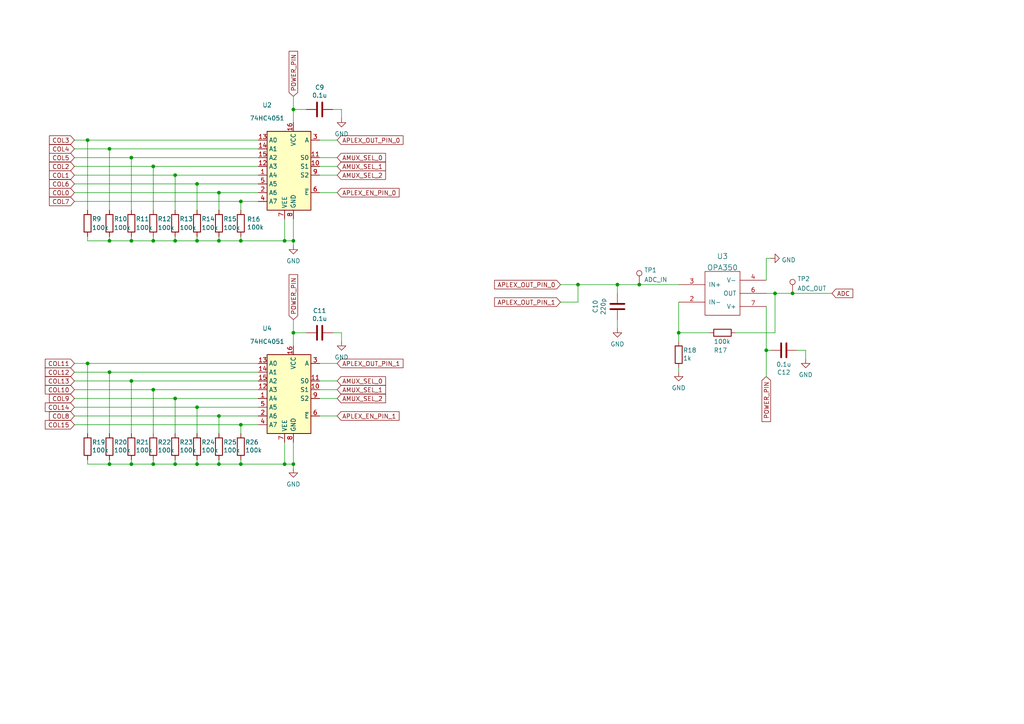
<source format=kicad_sch>
(kicad_sch (version 20211123) (generator eeschema)
  (paper "A4")
  (lib_symbols
    (symbol "74xx:74HC4051"
      (property "Reference" "U" (at -5.08 11.43 0))
      (property "Value" "74HC4051" (at -7.62 -13.97 0))
      (symbol "74HC4051_0_1"
        (rectangle (start -5.08 10.16) (end 7.62 -12.7) (stroke (width 0.254)) (fill (type background)))
      )
      (symbol "74HC4051_1_1"
        (pin passive line (at 10.16 -2.54 180) (length 2.54) (name "A4") (number "1"))
        (pin input line (at -7.62 0 0) (length 2.54) (name "S1") (number "10"))
        (pin input line (at -7.62 2.54 0) (length 2.54) (name "S0") (number "11"))
        (pin passive line (at 10.16 0 180) (length 2.54) (name "A3") (number "12"))
        (pin passive line (at 10.16 7.62 180) (length 2.54) (name "A0") (number "13"))
        (pin passive line (at 10.16 5.08 180) (length 2.54) (name "A1") (number "14"))
        (pin passive line (at 10.16 2.54 180) (length 2.54) (name "A2") (number "15"))
        (pin power_in line (at 0 12.7 270) (length 2.54) (name "VCC") (number "16"))
        (pin passive line (at 10.16 -7.62 180) (length 2.54) (name "A6") (number "2"))
        (pin passive line (at -7.62 7.62 0) (length 2.54) (name "A") (number "3"))
        (pin passive line (at 10.16 -10.16 180) (length 2.54) (name "A7") (number "4"))
        (pin passive line (at 10.16 -5.08 180) (length 2.54) (name "A5") (number "5"))
        (pin input line (at -7.62 -7.62 0) (length 2.54) (name "~{E}") (number "6"))
        (pin power_in line (at 2.54 -15.24 90) (length 2.54) (name "VEE") (number "7"))
        (pin power_in line (at 0 -15.24 90) (length 2.54) (name "GND") (number "8"))
        (pin input line (at -7.62 -2.54 0) (length 2.54) (name "S2") (number "9"))
      )
    )
    (symbol "Connector:TestPoint" (pin_numbers hide) (pin_names (offset 0.762) hide)
      (property "Reference" "TP" (at 0 6.858 0))
      (property "Value" "TestPoint" (at 0 5.08 0))
      (symbol "TestPoint_0_1"
        (circle (center 0 3.302) (radius 0.762))
      )
      (symbol "TestPoint_1_1"
        (pin passive line (at 0 0 90) (length 2.54) (name "1") (number "1"))
      )
    )
    (symbol "Device:C" (pin_numbers hide) (pin_names (offset 0.254))
      (property "Reference" "C" (at 0.635 2.54 0))
      (property "Value" "C" (at 0.635 -2.54 0))
      (symbol "C_0_1"
        (polyline (pts (xy -2.032 -0.762) (xy 2.032 -0.762)) (stroke (width 0.508)))
        (polyline (pts (xy -2.032 0.762) (xy 2.032 0.762)) (stroke (width 0.508)))
      )
      (symbol "C_1_1"
        (pin passive line (at 0 3.81 270) (length 2.794) (name "~") (number "1"))
        (pin passive line (at 0 -3.81 90) (length 2.794) (name "~") (number "2"))
      )
    )
    (symbol "Device:R" (pin_numbers hide) (pin_names (offset 0))
      (property "Reference" "R" (at 2.032 0 90))
      (property "Value" "R" (at 0 0 90))
      (symbol "R_0_1"
        (rectangle (start -1.016 -2.54) (end 1.016 2.54) (stroke (width 0.254)))
      )
      (symbol "R_1_1"
        (pin passive line (at 0 3.81 270) (length 1.27) (name "~") (number "1"))
        (pin passive line (at 0 -3.81 90) (length 1.27) (name "~") (number "2"))
      )
    )
    (symbol "burrbrown:OPA350" (pin_names (offset 1.016))
      (property "Reference" "U" (at 8.89 -7.62 0))
      (property "Value" "OPA350" (at 5.08 7.62 0))
      (symbol "OPA350_0_1"
        (rectangle (start 0 -6.35) (end 10.16 6.35))
        (pin input line (at -7.62 2.54 0) (length 7.62) (name "IN-") (number "2"))
        (pin input line (at -7.62 -2.54 0) (length 7.62) (name "IN+") (number "3"))
        (pin input line (at 17.78 -3.81 180) (length 7.62) (name "V-") (number "4"))
        (pin input line (at 17.78 0 180) (length 7.62) (name "OUT") (number "6"))
        (pin input line (at 17.78 3.81 180) (length 7.62) (name "V+") (number "7"))
      )
    )
    (symbol "power:GND" (power) (pin_names (offset 0))
      (property "Value" "GND" (at 0 -3.81 0))
      (symbol "GND_0_1"
        (polyline (pts (xy 0 0) (xy 0 -1.27) (xy 1.27 -1.27) (xy 0 -2.54) (xy -1.27 -1.27) (xy 0 -1.27)))
      )
      (symbol "GND_1_1"
        (pin power_in line (at 0 0 270) (length 0) hide (name "GND") (number "1"))
      )
    )
  )
  (junction (at 224.79 85.09))
  (junction (at 82.55 69.85))
  (junction (at 44.45 48.26))
  (junction (at 85.09 31.75))
  (junction (at 85.09 69.85))
  (junction (at 69.85 123.19))
  (junction (at 63.5 120.65))
  (junction (at 179.07 82.55))
  (junction (at 63.5 69.85))
  (junction (at 57.15 134.62))
  (junction (at 31.75 107.95))
  (junction (at 229.87 85.09))
  (junction (at 57.15 118.11))
  (junction (at 82.55 134.62))
  (junction (at 38.1 69.85))
  (junction (at 50.8 115.57))
  (junction (at 44.45 69.85))
  (junction (at 196.85 96.52))
  (junction (at 57.15 69.85))
  (junction (at 31.75 69.85))
  (junction (at 50.8 50.8))
  (junction (at 85.09 96.52))
  (junction (at 31.75 134.62))
  (junction (at 63.5 55.88))
  (junction (at 38.1 134.62))
  (junction (at 44.45 134.62))
  (junction (at 69.85 58.42))
  (junction (at 57.15 53.34))
  (junction (at 85.09 134.62))
  (junction (at 25.4 40.64))
  (junction (at 50.8 134.62))
  (junction (at 44.45 113.03))
  (junction (at 50.8 69.85))
  (junction (at 185.42 82.55))
  (junction (at 31.75 43.18))
  (junction (at 25.4 105.41))
  (junction (at 222.25 101.6))
  (junction (at 38.1 110.49))
  (junction (at 69.85 69.85))
  (junction (at 38.1 45.72))
  (junction (at 63.5 134.62))
  (junction (at 69.85 134.62))
  (junction (at 167.64 82.55))
  (wire (pts (xy 224.79 96.52) (xy 224.79 85.09)))
  (wire (pts (xy 63.5 60.96) (xy 63.5 55.88)))
  (wire (pts (xy 21.59 105.41) (xy 25.4 105.41)))
  (wire (pts (xy 25.4 105.41) (xy 74.93 105.41)))
  (wire (pts (xy 85.09 71.12) (xy 85.09 69.85)))
  (wire (pts (xy 25.4 60.96) (xy 25.4 40.64)))
  (wire (pts (xy 74.93 58.42) (xy 69.85 58.42)))
  (wire (pts (xy 25.4 134.62) (xy 31.75 134.62)))
  (wire (pts (xy 63.5 68.58) (xy 63.5 69.85)))
  (wire (pts (xy 50.8 125.73) (xy 50.8 115.57)))
  (wire (pts (xy 196.85 96.52) (xy 205.74 96.52)))
  (wire (pts (xy 38.1 60.96) (xy 38.1 45.72)))
  (wire (pts (xy 96.52 96.52) (xy 99.06 96.52)))
  (wire (pts (xy 85.09 135.89) (xy 85.09 134.62)))
  (wire (pts (xy 74.93 48.26) (xy 44.45 48.26)))
  (wire (pts (xy 162.56 82.55) (xy 167.64 82.55)))
  (wire (pts (xy 69.85 60.96) (xy 69.85 58.42)))
  (wire (pts (xy 57.15 134.62) (xy 63.5 134.62)))
  (wire (pts (xy 44.45 113.03) (xy 21.59 113.03)))
  (wire (pts (xy 38.1 69.85) (xy 44.45 69.85)))
  (wire (pts (xy 69.85 125.73) (xy 69.85 123.19)))
  (wire (pts (xy 74.93 43.18) (xy 31.75 43.18)))
  (wire (pts (xy 44.45 134.62) (xy 50.8 134.62)))
  (wire (pts (xy 74.93 113.03) (xy 44.45 113.03)))
  (wire (pts (xy 57.15 69.85) (xy 63.5 69.85)))
  (wire (pts (xy 74.93 45.72) (xy 38.1 45.72)))
  (wire (pts (xy 85.09 31.75) (xy 85.09 35.56)))
  (wire (pts (xy 241.3 85.09) (xy 229.87 85.09)))
  (wire (pts (xy 82.55 128.27) (xy 82.55 134.62)))
  (wire (pts (xy 167.64 87.63) (xy 167.64 82.55)))
  (wire (pts (xy 74.93 50.8) (xy 50.8 50.8)))
  (wire (pts (xy 44.45 68.58) (xy 44.45 69.85)))
  (wire (pts (xy 38.1 110.49) (xy 21.59 110.49)))
  (wire (pts (xy 179.07 85.09) (xy 179.07 82.55)))
  (wire (pts (xy 50.8 50.8) (xy 21.59 50.8)))
  (wire (pts (xy 50.8 134.62) (xy 57.15 134.62)))
  (wire (pts (xy 97.79 55.88) (xy 92.71 55.88)))
  (wire (pts (xy 50.8 69.85) (xy 57.15 69.85)))
  (wire (pts (xy 74.93 118.11) (xy 57.15 118.11)))
  (wire (pts (xy 21.59 58.42) (xy 69.85 58.42)))
  (wire (pts (xy 196.85 96.52) (xy 196.85 99.06)))
  (wire (pts (xy 69.85 69.85) (xy 82.55 69.85)))
  (wire (pts (xy 99.06 96.52) (xy 99.06 99.06)))
  (wire (pts (xy 231.14 101.6) (xy 233.68 101.6)))
  (wire (pts (xy 63.5 134.62) (xy 69.85 134.62)))
  (wire (pts (xy 57.15 68.58) (xy 57.15 69.85)))
  (wire (pts (xy 74.93 115.57) (xy 50.8 115.57)))
  (wire (pts (xy 38.1 68.58) (xy 38.1 69.85)))
  (wire (pts (xy 44.45 113.03) (xy 44.45 125.73)))
  (wire (pts (xy 196.85 87.63) (xy 196.85 96.52)))
  (wire (pts (xy 224.79 85.09) (xy 222.25 85.09)))
  (wire (pts (xy 31.75 133.35) (xy 31.75 134.62)))
  (wire (pts (xy 97.79 120.65) (xy 92.71 120.65)))
  (wire (pts (xy 69.85 134.62) (xy 82.55 134.62)))
  (wire (pts (xy 31.75 60.96) (xy 31.75 43.18)))
  (wire (pts (xy 31.75 43.18) (xy 21.59 43.18)))
  (wire (pts (xy 31.75 125.73) (xy 31.75 107.95)))
  (wire (pts (xy 21.59 120.65) (xy 63.5 120.65)))
  (wire (pts (xy 82.55 63.5) (xy 82.55 69.85)))
  (wire (pts (xy 179.07 82.55) (xy 185.42 82.55)))
  (wire (pts (xy 162.56 87.63) (xy 167.64 87.63)))
  (wire (pts (xy 38.1 133.35) (xy 38.1 134.62)))
  (wire (pts (xy 213.36 96.52) (xy 224.79 96.52)))
  (wire (pts (xy 25.4 40.64) (xy 74.93 40.64)))
  (wire (pts (xy 25.4 133.35) (xy 25.4 134.62)))
  (wire (pts (xy 92.71 48.26) (xy 97.79 48.26)))
  (wire (pts (xy 99.06 31.75) (xy 99.06 34.29)))
  (wire (pts (xy 229.87 85.09) (xy 224.79 85.09)))
  (wire (pts (xy 74.93 53.34) (xy 57.15 53.34)))
  (wire (pts (xy 74.93 107.95) (xy 31.75 107.95)))
  (wire (pts (xy 85.09 92.71) (xy 85.09 96.52)))
  (wire (pts (xy 63.5 55.88) (xy 74.93 55.88)))
  (wire (pts (xy 21.59 40.64) (xy 25.4 40.64)))
  (wire (pts (xy 38.1 125.73) (xy 38.1 110.49)))
  (wire (pts (xy 97.79 40.64) (xy 92.71 40.64)))
  (wire (pts (xy 179.07 92.71) (xy 179.07 95.25)))
  (wire (pts (xy 50.8 60.96) (xy 50.8 50.8)))
  (wire (pts (xy 57.15 125.73) (xy 57.15 118.11)))
  (wire (pts (xy 50.8 68.58) (xy 50.8 69.85)))
  (wire (pts (xy 63.5 125.73) (xy 63.5 120.65)))
  (wire (pts (xy 44.45 69.85) (xy 50.8 69.85)))
  (wire (pts (xy 50.8 115.57) (xy 21.59 115.57)))
  (wire (pts (xy 85.09 128.27) (xy 85.09 134.62)))
  (wire (pts (xy 96.52 31.75) (xy 99.06 31.75)))
  (wire (pts (xy 38.1 45.72) (xy 21.59 45.72)))
  (wire (pts (xy 25.4 125.73) (xy 25.4 105.41)))
  (wire (pts (xy 92.71 113.03) (xy 97.79 113.03)))
  (wire (pts (xy 69.85 133.35) (xy 69.85 134.62)))
  (wire (pts (xy 57.15 53.34) (xy 21.59 53.34)))
  (wire (pts (xy 196.85 106.68) (xy 196.85 107.95)))
  (wire (pts (xy 31.75 134.62) (xy 38.1 134.62)))
  (wire (pts (xy 82.55 134.62) (xy 85.09 134.62)))
  (wire (pts (xy 44.45 48.26) (xy 21.59 48.26)))
  (wire (pts (xy 25.4 68.58) (xy 25.4 69.85)))
  (wire (pts (xy 44.45 48.26) (xy 44.45 60.96)))
  (wire (pts (xy 74.93 110.49) (xy 38.1 110.49)))
  (wire (pts (xy 57.15 118.11) (xy 21.59 118.11)))
  (wire (pts (xy 21.59 55.88) (xy 63.5 55.88)))
  (wire (pts (xy 82.55 69.85) (xy 85.09 69.85)))
  (wire (pts (xy 85.09 27.94) (xy 85.09 31.75)))
  (wire (pts (xy 50.8 133.35) (xy 50.8 134.62)))
  (wire (pts (xy 25.4 69.85) (xy 31.75 69.85)))
  (wire (pts (xy 222.25 81.28) (xy 222.25 74.93)))
  (wire (pts (xy 63.5 133.35) (xy 63.5 134.62)))
  (wire (pts (xy 21.59 123.19) (xy 69.85 123.19)))
  (wire (pts (xy 31.75 69.85) (xy 38.1 69.85)))
  (wire (pts (xy 63.5 69.85) (xy 69.85 69.85)))
  (wire (pts (xy 185.42 82.55) (xy 196.85 82.55)))
  (wire (pts (xy 233.68 101.6) (xy 233.68 104.14)))
  (wire (pts (xy 31.75 68.58) (xy 31.75 69.85)))
  (wire (pts (xy 97.79 105.41) (xy 92.71 105.41)))
  (wire (pts (xy 92.71 110.49) (xy 97.79 110.49)))
  (wire (pts (xy 222.25 88.9) (xy 222.25 101.6)))
  (wire (pts (xy 38.1 134.62) (xy 44.45 134.62)))
  (wire (pts (xy 88.9 31.75) (xy 85.09 31.75)))
  (wire (pts (xy 88.9 96.52) (xy 85.09 96.52)))
  (wire (pts (xy 167.64 82.55) (xy 179.07 82.55)))
  (wire (pts (xy 57.15 60.96) (xy 57.15 53.34)))
  (wire (pts (xy 223.52 101.6) (xy 222.25 101.6)))
  (wire (pts (xy 92.71 50.8) (xy 97.79 50.8)))
  (wire (pts (xy 31.75 107.95) (xy 21.59 107.95)))
  (wire (pts (xy 44.45 133.35) (xy 44.45 134.62)))
  (wire (pts (xy 222.25 74.93) (xy 223.52 74.93)))
  (wire (pts (xy 57.15 133.35) (xy 57.15 134.62)))
  (wire (pts (xy 85.09 96.52) (xy 85.09 100.33)))
  (wire (pts (xy 92.71 115.57) (xy 97.79 115.57)))
  (wire (pts (xy 92.71 45.72) (xy 97.79 45.72)))
  (wire (pts (xy 69.85 68.58) (xy 69.85 69.85)))
  (wire (pts (xy 63.5 120.65) (xy 74.93 120.65)))
  (wire (pts (xy 85.09 63.5) (xy 85.09 69.85)))
  (wire (pts (xy 74.93 123.19) (xy 69.85 123.19)))
  (wire (pts (xy 222.25 109.22) (xy 222.25 101.6)))
  (global_label "POWER_PIN" (shape input) (at 222.25 109.22 270) (property "Intersheet References" "${INTERSHEET_REFS}" (effects hide)))
  (global_label "AMUX_SEL_2" (shape input) (at 97.79 115.57 0) (property "Intersheet References" "${INTERSHEET_REFS}" (effects hide)))
  (global_label "COL1" (shape input) (at 21.59 50.8 180) (property "Intersheet References" "${INTERSHEET_REFS}" (effects hide)))
  (global_label "COL0" (shape input) (at 21.59 55.88 180) (property "Intersheet References" "${INTERSHEET_REFS}" (effects hide)))
  (global_label "COL13" (shape input) (at 21.59 110.49 180) (property "Intersheet References" "${INTERSHEET_REFS}" (effects hide)))
  (global_label "COL12" (shape input) (at 21.59 107.95 180) (property "Intersheet References" "${INTERSHEET_REFS}" (effects hide)))
  (global_label "COL11" (shape input) (at 21.59 105.41 180) (property "Intersheet References" "${INTERSHEET_REFS}" (effects hide)))
  (global_label "COL2" (shape input) (at 21.59 48.26 180) (property "Intersheet References" "${INTERSHEET_REFS}" (effects hide)))
  (global_label "AMUX_SEL_0" (shape input) (at 97.79 45.72 0) (property "Intersheet References" "${INTERSHEET_REFS}" (effects hide)))
  (global_label "APLEX_OUT_PIN_1" (shape input) (at 97.79 105.41 0) (property "Intersheet References" "${INTERSHEET_REFS}" (effects hide)))
  (global_label "POWER_PIN" (shape input) (at 85.09 92.71 90) (property "Intersheet References" "${INTERSHEET_REFS}" (effects hide)))
  (global_label "APLEX_OUT_PIN_1" (shape input) (at 162.56 87.63 180) (property "Intersheet References" "${INTERSHEET_REFS}" (effects hide)))
  (global_label "COL15" (shape input) (at 21.59 123.19 180) (property "Intersheet References" "${INTERSHEET_REFS}" (effects hide)))
  (global_label "COL14" (shape input) (at 21.59 118.11 180) (property "Intersheet References" "${INTERSHEET_REFS}" (effects hide)))
  (global_label "POWER_PIN" (shape input) (at 85.09 27.94 90) (property "Intersheet References" "${INTERSHEET_REFS}" (effects hide)))
  (global_label "COL8" (shape input) (at 21.59 120.65 180) (property "Intersheet References" "${INTERSHEET_REFS}" (effects hide)))
  (global_label "COL3" (shape input) (at 21.59 40.64 180) (property "Intersheet References" "${INTERSHEET_REFS}" (effects hide)))
  (global_label "AMUX_SEL_1" (shape input) (at 97.79 48.26 0) (property "Intersheet References" "${INTERSHEET_REFS}" (effects hide)))
  (global_label "APLEX_OUT_PIN_0" (shape input) (at 97.79 40.64 0) (property "Intersheet References" "${INTERSHEET_REFS}" (effects hide)))
  (global_label "AMUX_SEL_1" (shape input) (at 97.79 113.03 0) (property "Intersheet References" "${INTERSHEET_REFS}" (effects hide)))
  (global_label "ADC" (shape input) (at 241.3 85.09 0) (property "Intersheet References" "${INTERSHEET_REFS}" (effects hide)))
  (global_label "COL7" (shape input) (at 21.59 58.42 180) (property "Intersheet References" "${INTERSHEET_REFS}" (effects hide)))
  (global_label "AMUX_SEL_2" (shape input) (at 97.79 50.8 0) (property "Intersheet References" "${INTERSHEET_REFS}" (effects hide)))
  (global_label "COL5" (shape input) (at 21.59 45.72 180) (property "Intersheet References" "${INTERSHEET_REFS}" (effects hide)))
  (global_label "COL6" (shape input) (at 21.59 53.34 180) (property "Intersheet References" "${INTERSHEET_REFS}" (effects hide)))
  (global_label "APLEX_OUT_PIN_0" (shape input) (at 162.56 82.55 180) (property "Intersheet References" "${INTERSHEET_REFS}" (effects hide)))
  (global_label "COL4" (shape input) (at 21.59 43.18 180) (property "Intersheet References" "${INTERSHEET_REFS}" (effects hide)))
  (global_label "COL10" (shape input) (at 21.59 113.03 180) (property "Intersheet References" "${INTERSHEET_REFS}" (effects hide)))
  (global_label "APLEX_EN_PIN_0" (shape input) (at 97.79 55.88 0) (property "Intersheet References" "${INTERSHEET_REFS}" (effects hide)))
  (global_label "AMUX_SEL_0" (shape input) (at 97.79 110.49 0) (property "Intersheet References" "${INTERSHEET_REFS}" (effects hide)))
  (global_label "APLEX_EN_PIN_1" (shape input) (at 97.79 120.65 0) (property "Intersheet References" "${INTERSHEET_REFS}" (effects hide)))
  (global_label "COL9" (shape input) (at 21.59 115.57 180) (property "Intersheet References" "${INTERSHEET_REFS}" (effects hide)))
  (symbol (lib_id "Device:R") (at 25.4 129.54 0) (unit 1)
    (property "Reference" "R19" (at 26.67 128.27 0) (effects (justify left)))
    (property "Value" "100k" (at 26.67 130.5814 0) (effects (justify left)))
    (property "Footprint" "Resistor_SMD:R_0603_1608Metric" (effects hide))
  )
  (symbol (lib_id "74xx:74HC4051") (at 85.09 48.26 0) (mirror y) (unit 1)
    (property "Reference" "U2" (at 77.47 30.48 0))
    (property "Value" "74HC4051" (at 77.47 34.29 0))
    (property "Footprint" "cipulot_parts:TSSOP16" (effects hide))
    (property "Datasheet" "http://www.ti.com/lit/ds/symlink/cd74hc4051.pdf" (effects hide))
  )
  (symbol (lib_id "Device:R") (at 31.75 64.77 0) (unit 1)
    (property "Reference" "R10" (at 33.02 63.5 0) (effects (justify left)))
    (property "Value" "100k" (at 33.02 66.04 0) (effects (justify left)))
    (property "Footprint" "Resistor_SMD:R_0603_1608Metric" (effects hide))
  )
  (symbol (lib_id "power:GND") (at 179.07 95.25 0) (unit 1)
    (property "Reference" "#PWR046" (effects hide))
    (property "Value" "GND" (at 179.07 99.8125 0))
  )
  (symbol (lib_id "Device:R") (at 57.15 129.54 0) (unit 1)
    (property "Reference" "R24" (at 58.42 128.27 0) (effects (justify left)))
    (property "Value" "100k" (at 58.42 130.5814 0) (effects (justify left)))
    (property "Footprint" "Resistor_SMD:R_0603_1608Metric" (effects hide))
  )
  (symbol (lib_id "power:GND") (at 99.06 34.29 0) (unit 1)
    (property "Reference" "#PWR043" (effects hide))
    (property "Value" "GND" (at 99.06 38.8525 0))
  )
  (symbol (lib_id "Device:R") (at 209.55 96.52 270) (unit 1)
    (property "Reference" "R17" (at 207.01 101.6 90) (effects (justify left)))
    (property "Value" "100k" (at 207.01 99.06 90) (effects (justify left)))
    (property "Footprint" "Resistor_SMD:R_0603_1608Metric" (effects hide))
  )
  (symbol (lib_id "power:GND") (at 196.85 107.95 0) (unit 1)
    (property "Reference" "#PWR049" (effects hide))
    (property "Value" "GND" (at 196.85 112.5125 0))
  )
  (symbol (lib_id "Connector:TestPoint") (at 185.42 82.55 0) (unit 1)
    (property "Reference" "TP1" (at 186.817 78.3395 0) (effects (justify left)))
    (property "Value" "ADC_IN" (at 186.817 81.1146 0) (effects (justify left)))
    (property "Footprint" "TestPoint:TestPoint_Pad_D1.0mm" (effects hide))
  )
  (symbol (lib_id "Device:R") (at 57.15 64.77 0) (unit 1)
    (property "Reference" "R14" (at 58.42 63.5 0) (effects (justify left)))
    (property "Value" "100k" (at 58.42 66.04 0) (effects (justify left)))
    (property "Footprint" "Resistor_SMD:R_0603_1608Metric" (effects hide))
  )
  (symbol (lib_id "Device:R") (at 25.4 64.77 0) (unit 1)
    (property "Reference" "R9" (at 26.67 63.5 0) (effects (justify left)))
    (property "Value" "100k" (at 26.67 66.04 0) (effects (justify left)))
    (property "Footprint" "Resistor_SMD:R_0603_1608Metric" (effects hide))
  )
  (symbol (lib_id "Device:R") (at 69.85 129.54 0) (unit 1)
    (property "Reference" "R26" (at 71.12 128.27 0) (effects (justify left)))
    (property "Value" "100k" (at 71.12 130.5814 0) (effects (justify left)))
    (property "Footprint" "Resistor_SMD:R_0603_1608Metric" (effects hide))
  )
  (symbol (lib_id "74xx:74HC4051") (at 85.09 113.03 0) (mirror y) (unit 1)
    (property "Reference" "U4" (at 77.47 95.25 0))
    (property "Value" "74HC4051" (at 77.47 99.06 0))
    (property "Footprint" "cipulot_parts:TSSOP16" (effects hide))
    (property "Datasheet" "http://www.ti.com/lit/ds/symlink/cd74hc4051.pdf" (effects hide))
  )
  (symbol (lib_id "Device:R") (at 44.45 64.77 0) (unit 1)
    (property "Reference" "R12" (at 45.72 63.5 0) (effects (justify left)))
    (property "Value" "100k" (at 45.72 66.04 0) (effects (justify left)))
    (property "Footprint" "Resistor_SMD:R_0603_1608Metric" (effects hide))
  )
  (symbol (lib_id "Device:R") (at 196.85 102.87 0) (unit 1)
    (property "Reference" "R18" (at 198.12 101.6 0) (effects (justify left)))
    (property "Value" "1k" (at 198.12 103.9114 0) (effects (justify left)))
    (property "Footprint" "Resistor_SMD:R_0603_1608Metric" (effects hide))
  )
  (symbol (lib_id "Device:C") (at 179.07 88.9 0) (unit 1)
    (property "Reference" "C10" (at 172.6692 88.9 90))
    (property "Value" "220p" (at 174.9806 88.9 90))
    (property "Footprint" "Capacitor_SMD:C_0603_1608Metric" (effects hide))
  )
  (symbol (lib_id "power:GND") (at 223.52 74.93 90) (unit 1)
    (property "Reference" "#PWR045" (effects hide))
    (property "Value" "GND" (at 226.695 75.409 90) (effects (justify right)))
  )
  (symbol (lib_id "Device:R") (at 50.8 129.54 0) (unit 1)
    (property "Reference" "R23" (at 52.07 128.27 0) (effects (justify left)))
    (property "Value" "100k" (at 52.07 130.5814 0) (effects (justify left)))
    (property "Footprint" "Resistor_SMD:R_0603_1608Metric" (effects hide))
  )
  (symbol (lib_id "power:GND") (at 99.06 99.06 0) (unit 1)
    (property "Reference" "#PWR047" (effects hide))
    (property "Value" "GND" (at 99.06 103.6225 0))
  )
  (symbol (lib_id "Device:R") (at 63.5 64.77 0) (unit 1)
    (property "Reference" "R15" (at 64.77 63.5 0) (effects (justify left)))
    (property "Value" "100k" (at 64.77 66.04 0) (effects (justify left)))
    (property "Footprint" "Resistor_SMD:R_0603_1608Metric" (effects hide))
  )
  (symbol (lib_id "Device:R") (at 69.85 64.77 0) (unit 1)
    (property "Reference" "R16" (at 71.628 63.6016 0) (effects (justify left)))
    (property "Value" "100k" (at 71.628 65.913 0) (effects (justify left)))
    (property "Footprint" "Resistor_SMD:R_0603_1608Metric" (effects hide))
  )
  (symbol (lib_id "Device:R") (at 38.1 129.54 0) (unit 1)
    (property "Reference" "R21" (at 39.37 128.27 0) (effects (justify left)))
    (property "Value" "100k" (at 39.37 130.5814 0) (effects (justify left)))
    (property "Footprint" "Resistor_SMD:R_0603_1608Metric" (effects hide))
  )
  (symbol (lib_id "Device:R") (at 31.75 129.54 0) (unit 1)
    (property "Reference" "R20" (at 33.02 128.27 0) (effects (justify left)))
    (property "Value" "100k" (at 33.02 130.5814 0) (effects (justify left)))
    (property "Footprint" "Resistor_SMD:R_0603_1608Metric" (effects hide))
  )
  (symbol (lib_id "Connector:TestPoint") (at 229.87 85.09 0) (unit 1)
    (property "Reference" "TP2" (at 231.267 80.8795 0) (effects (justify left)))
    (property "Value" "ADC_OUT" (at 231.267 83.6546 0) (effects (justify left)))
    (property "Footprint" "TestPoint:TestPoint_Pad_D1.0mm" (effects hide))
  )
  (symbol (lib_id "Device:R") (at 38.1 64.77 0) (unit 1)
    (property "Reference" "R11" (at 39.37 63.5 0) (effects (justify left)))
    (property "Value" "100k" (at 39.37 66.04 0) (effects (justify left)))
    (property "Footprint" "Resistor_SMD:R_0603_1608Metric" (effects hide))
  )
  (symbol (lib_id "power:GND") (at 233.68 104.14 0) (unit 1)
    (property "Reference" "#PWR048" (effects hide))
    (property "Value" "GND" (at 233.68 108.7025 0))
  )
  (symbol (lib_id "Device:C") (at 92.71 96.52 270) (unit 1)
    (property "Reference" "C11" (at 92.71 90.1192 90))
    (property "Value" "0.1u" (at 92.71 92.4306 90))
    (property "Footprint" "Capacitor_SMD:C_0603_1608Metric" (effects hide))
  )
  (symbol (lib_id "power:GND") (at 85.09 71.12 0) (unit 1)
    (property "Reference" "#PWR044" (effects hide))
    (property "Value" "GND" (at 85.09 75.6825 0))
  )
  (symbol (lib_id "Device:C") (at 227.33 101.6 270) (mirror x) (unit 1)
    (property "Reference" "C12" (at 227.33 108.0008 90))
    (property "Value" "0.1u" (at 227.33 105.6894 90))
    (property "Footprint" "Capacitor_SMD:C_0603_1608Metric" (effects hide))
  )
  (symbol (lib_id "burrbrown:OPA350") (at 204.47 85.09 0) (mirror x) (unit 1)
    (property "Reference" "U3" (at 209.55 74.3361 0) (effects (font (size 1.524 1.524))))
    (property "Value" "OPA350" (at 209.55 77.6151 0) (effects (font (size 1.524 1.524))))
    (property "Footprint" "Package_SO:SOIC-8_3.9x4.9mm_P1.27mm" (effects hide))
  )
  (symbol (lib_id "power:GND") (at 85.09 135.89 0) (unit 1)
    (property "Reference" "#PWR050" (effects hide))
    (property "Value" "GND" (at 85.09 140.4525 0))
  )
  (symbol (lib_id "Device:C") (at 92.71 31.75 270) (unit 1)
    (property "Reference" "C9" (at 92.71 25.3492 90))
    (property "Value" "0.1u" (at 92.71 27.6606 90))
    (property "Footprint" "Capacitor_SMD:C_0603_1608Metric" (effects hide))
  )
  (symbol (lib_id "Device:R") (at 44.45 129.54 0) (unit 1)
    (property "Reference" "R22" (at 45.72 128.27 0) (effects (justify left)))
    (property "Value" "100k" (at 45.72 130.5814 0) (effects (justify left)))
    (property "Footprint" "Resistor_SMD:R_0603_1608Metric" (effects hide))
  )
  (symbol (lib_id "Device:R") (at 63.5 129.54 0) (unit 1)
    (property "Reference" "R25" (at 64.77 128.27 0) (effects (justify left)))
    (property "Value" "100k" (at 64.77 130.5814 0) (effects (justify left)))
    (property "Footprint" "Resistor_SMD:R_0603_1608Metric" (effects hide))
  )
  (symbol (lib_id "Device:R") (at 50.8 64.77 0) (unit 1)
    (property "Reference" "R13" (at 52.07 63.5 0) (effects (justify left)))
    (property "Value" "100k" (at 52.07 66.04 0) (effects (justify left)))
    (property "Footprint" "Resistor_SMD:R_0603_1608Metric" (effects hide))
  )
)
</source>
